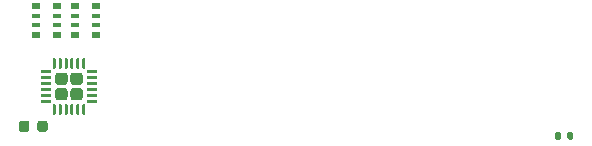
<source format=gbr>
G04 #@! TF.GenerationSoftware,KiCad,Pcbnew,(5.1.9)-1*
G04 #@! TF.CreationDate,2022-08-26T16:10:25-06:00*
G04 #@! TF.ProjectId,ufc_v5_ap,7566635f-7635-45f6-9170-2e6b69636164,rev?*
G04 #@! TF.SameCoordinates,Original*
G04 #@! TF.FileFunction,Paste,Bot*
G04 #@! TF.FilePolarity,Positive*
%FSLAX46Y46*%
G04 Gerber Fmt 4.6, Leading zero omitted, Abs format (unit mm)*
G04 Created by KiCad (PCBNEW (5.1.9)-1) date 2022-08-26 16:10:25*
%MOMM*%
%LPD*%
G01*
G04 APERTURE LIST*
%ADD10R,0.800000X0.500000*%
%ADD11R,0.800000X0.400000*%
G04 APERTURE END LIST*
D10*
X157522178Y-86727718D03*
D11*
X157522178Y-85927718D03*
D10*
X157522178Y-84327718D03*
D11*
X157522178Y-85127718D03*
D10*
X159322178Y-86727718D03*
D11*
X159322178Y-85127718D03*
X159322178Y-85927718D03*
D10*
X159322178Y-84327718D03*
X156035418Y-84332798D03*
D11*
X156035418Y-85132798D03*
D10*
X156035418Y-86732798D03*
D11*
X156035418Y-85932798D03*
D10*
X154235418Y-84332798D03*
D11*
X154235418Y-85932798D03*
X154235418Y-85132798D03*
D10*
X154235418Y-86732798D03*
G36*
G01*
X157155258Y-90735639D02*
X157155258Y-90185637D01*
G75*
G02*
X157405257Y-89935638I249999J0D01*
G01*
X157955259Y-89935638D01*
G75*
G02*
X158205258Y-90185637I0J-249999D01*
G01*
X158205258Y-90735639D01*
G75*
G02*
X157955259Y-90985638I-249999J0D01*
G01*
X157405257Y-90985638D01*
G75*
G02*
X157155258Y-90735639I0J249999D01*
G01*
G37*
G36*
G01*
X157155258Y-92035639D02*
X157155258Y-91485637D01*
G75*
G02*
X157405257Y-91235638I249999J0D01*
G01*
X157955259Y-91235638D01*
G75*
G02*
X158205258Y-91485637I0J-249999D01*
G01*
X158205258Y-92035639D01*
G75*
G02*
X157955259Y-92285638I-249999J0D01*
G01*
X157405257Y-92285638D01*
G75*
G02*
X157155258Y-92035639I0J249999D01*
G01*
G37*
G36*
G01*
X155855258Y-90735639D02*
X155855258Y-90185637D01*
G75*
G02*
X156105257Y-89935638I249999J0D01*
G01*
X156655259Y-89935638D01*
G75*
G02*
X156905258Y-90185637I0J-249999D01*
G01*
X156905258Y-90735639D01*
G75*
G02*
X156655259Y-90985638I-249999J0D01*
G01*
X156105257Y-90985638D01*
G75*
G02*
X155855258Y-90735639I0J249999D01*
G01*
G37*
G36*
G01*
X155855258Y-92035639D02*
X155855258Y-91485637D01*
G75*
G02*
X156105257Y-91235638I249999J0D01*
G01*
X156655259Y-91235638D01*
G75*
G02*
X156905258Y-91485637I0J-249999D01*
G01*
X156905258Y-92035639D01*
G75*
G02*
X156655259Y-92285638I-249999J0D01*
G01*
X156105257Y-92285638D01*
G75*
G02*
X155855258Y-92035639I0J249999D01*
G01*
G37*
G36*
G01*
X155655258Y-93423138D02*
X155655258Y-92673138D01*
G75*
G02*
X155717758Y-92610638I62500J0D01*
G01*
X155842758Y-92610638D01*
G75*
G02*
X155905258Y-92673138I0J-62500D01*
G01*
X155905258Y-93423138D01*
G75*
G02*
X155842758Y-93485638I-62500J0D01*
G01*
X155717758Y-93485638D01*
G75*
G02*
X155655258Y-93423138I0J62500D01*
G01*
G37*
G36*
G01*
X156155258Y-93423138D02*
X156155258Y-92673138D01*
G75*
G02*
X156217758Y-92610638I62500J0D01*
G01*
X156342758Y-92610638D01*
G75*
G02*
X156405258Y-92673138I0J-62500D01*
G01*
X156405258Y-93423138D01*
G75*
G02*
X156342758Y-93485638I-62500J0D01*
G01*
X156217758Y-93485638D01*
G75*
G02*
X156155258Y-93423138I0J62500D01*
G01*
G37*
G36*
G01*
X156655258Y-93423138D02*
X156655258Y-92673138D01*
G75*
G02*
X156717758Y-92610638I62500J0D01*
G01*
X156842758Y-92610638D01*
G75*
G02*
X156905258Y-92673138I0J-62500D01*
G01*
X156905258Y-93423138D01*
G75*
G02*
X156842758Y-93485638I-62500J0D01*
G01*
X156717758Y-93485638D01*
G75*
G02*
X156655258Y-93423138I0J62500D01*
G01*
G37*
G36*
G01*
X157155258Y-93423138D02*
X157155258Y-92673138D01*
G75*
G02*
X157217758Y-92610638I62500J0D01*
G01*
X157342758Y-92610638D01*
G75*
G02*
X157405258Y-92673138I0J-62500D01*
G01*
X157405258Y-93423138D01*
G75*
G02*
X157342758Y-93485638I-62500J0D01*
G01*
X157217758Y-93485638D01*
G75*
G02*
X157155258Y-93423138I0J62500D01*
G01*
G37*
G36*
G01*
X157655258Y-93423138D02*
X157655258Y-92673138D01*
G75*
G02*
X157717758Y-92610638I62500J0D01*
G01*
X157842758Y-92610638D01*
G75*
G02*
X157905258Y-92673138I0J-62500D01*
G01*
X157905258Y-93423138D01*
G75*
G02*
X157842758Y-93485638I-62500J0D01*
G01*
X157717758Y-93485638D01*
G75*
G02*
X157655258Y-93423138I0J62500D01*
G01*
G37*
G36*
G01*
X158155258Y-93423138D02*
X158155258Y-92673138D01*
G75*
G02*
X158217758Y-92610638I62500J0D01*
G01*
X158342758Y-92610638D01*
G75*
G02*
X158405258Y-92673138I0J-62500D01*
G01*
X158405258Y-93423138D01*
G75*
G02*
X158342758Y-93485638I-62500J0D01*
G01*
X158217758Y-93485638D01*
G75*
G02*
X158155258Y-93423138I0J62500D01*
G01*
G37*
G36*
G01*
X158530258Y-92423138D02*
X158530258Y-92298138D01*
G75*
G02*
X158592758Y-92235638I62500J0D01*
G01*
X159342758Y-92235638D01*
G75*
G02*
X159405258Y-92298138I0J-62500D01*
G01*
X159405258Y-92423138D01*
G75*
G02*
X159342758Y-92485638I-62500J0D01*
G01*
X158592758Y-92485638D01*
G75*
G02*
X158530258Y-92423138I0J62500D01*
G01*
G37*
G36*
G01*
X158530258Y-91923138D02*
X158530258Y-91798138D01*
G75*
G02*
X158592758Y-91735638I62500J0D01*
G01*
X159342758Y-91735638D01*
G75*
G02*
X159405258Y-91798138I0J-62500D01*
G01*
X159405258Y-91923138D01*
G75*
G02*
X159342758Y-91985638I-62500J0D01*
G01*
X158592758Y-91985638D01*
G75*
G02*
X158530258Y-91923138I0J62500D01*
G01*
G37*
G36*
G01*
X158530258Y-91423138D02*
X158530258Y-91298138D01*
G75*
G02*
X158592758Y-91235638I62500J0D01*
G01*
X159342758Y-91235638D01*
G75*
G02*
X159405258Y-91298138I0J-62500D01*
G01*
X159405258Y-91423138D01*
G75*
G02*
X159342758Y-91485638I-62500J0D01*
G01*
X158592758Y-91485638D01*
G75*
G02*
X158530258Y-91423138I0J62500D01*
G01*
G37*
G36*
G01*
X158530258Y-90923138D02*
X158530258Y-90798138D01*
G75*
G02*
X158592758Y-90735638I62500J0D01*
G01*
X159342758Y-90735638D01*
G75*
G02*
X159405258Y-90798138I0J-62500D01*
G01*
X159405258Y-90923138D01*
G75*
G02*
X159342758Y-90985638I-62500J0D01*
G01*
X158592758Y-90985638D01*
G75*
G02*
X158530258Y-90923138I0J62500D01*
G01*
G37*
G36*
G01*
X158530258Y-90423138D02*
X158530258Y-90298138D01*
G75*
G02*
X158592758Y-90235638I62500J0D01*
G01*
X159342758Y-90235638D01*
G75*
G02*
X159405258Y-90298138I0J-62500D01*
G01*
X159405258Y-90423138D01*
G75*
G02*
X159342758Y-90485638I-62500J0D01*
G01*
X158592758Y-90485638D01*
G75*
G02*
X158530258Y-90423138I0J62500D01*
G01*
G37*
G36*
G01*
X158530258Y-89923138D02*
X158530258Y-89798138D01*
G75*
G02*
X158592758Y-89735638I62500J0D01*
G01*
X159342758Y-89735638D01*
G75*
G02*
X159405258Y-89798138I0J-62500D01*
G01*
X159405258Y-89923138D01*
G75*
G02*
X159342758Y-89985638I-62500J0D01*
G01*
X158592758Y-89985638D01*
G75*
G02*
X158530258Y-89923138I0J62500D01*
G01*
G37*
G36*
G01*
X158155258Y-89548138D02*
X158155258Y-88798138D01*
G75*
G02*
X158217758Y-88735638I62500J0D01*
G01*
X158342758Y-88735638D01*
G75*
G02*
X158405258Y-88798138I0J-62500D01*
G01*
X158405258Y-89548138D01*
G75*
G02*
X158342758Y-89610638I-62500J0D01*
G01*
X158217758Y-89610638D01*
G75*
G02*
X158155258Y-89548138I0J62500D01*
G01*
G37*
G36*
G01*
X157655258Y-89548138D02*
X157655258Y-88798138D01*
G75*
G02*
X157717758Y-88735638I62500J0D01*
G01*
X157842758Y-88735638D01*
G75*
G02*
X157905258Y-88798138I0J-62500D01*
G01*
X157905258Y-89548138D01*
G75*
G02*
X157842758Y-89610638I-62500J0D01*
G01*
X157717758Y-89610638D01*
G75*
G02*
X157655258Y-89548138I0J62500D01*
G01*
G37*
G36*
G01*
X157155258Y-89548138D02*
X157155258Y-88798138D01*
G75*
G02*
X157217758Y-88735638I62500J0D01*
G01*
X157342758Y-88735638D01*
G75*
G02*
X157405258Y-88798138I0J-62500D01*
G01*
X157405258Y-89548138D01*
G75*
G02*
X157342758Y-89610638I-62500J0D01*
G01*
X157217758Y-89610638D01*
G75*
G02*
X157155258Y-89548138I0J62500D01*
G01*
G37*
G36*
G01*
X156655258Y-89548138D02*
X156655258Y-88798138D01*
G75*
G02*
X156717758Y-88735638I62500J0D01*
G01*
X156842758Y-88735638D01*
G75*
G02*
X156905258Y-88798138I0J-62500D01*
G01*
X156905258Y-89548138D01*
G75*
G02*
X156842758Y-89610638I-62500J0D01*
G01*
X156717758Y-89610638D01*
G75*
G02*
X156655258Y-89548138I0J62500D01*
G01*
G37*
G36*
G01*
X156155258Y-89548138D02*
X156155258Y-88798138D01*
G75*
G02*
X156217758Y-88735638I62500J0D01*
G01*
X156342758Y-88735638D01*
G75*
G02*
X156405258Y-88798138I0J-62500D01*
G01*
X156405258Y-89548138D01*
G75*
G02*
X156342758Y-89610638I-62500J0D01*
G01*
X156217758Y-89610638D01*
G75*
G02*
X156155258Y-89548138I0J62500D01*
G01*
G37*
G36*
G01*
X155655258Y-89548138D02*
X155655258Y-88798138D01*
G75*
G02*
X155717758Y-88735638I62500J0D01*
G01*
X155842758Y-88735638D01*
G75*
G02*
X155905258Y-88798138I0J-62500D01*
G01*
X155905258Y-89548138D01*
G75*
G02*
X155842758Y-89610638I-62500J0D01*
G01*
X155717758Y-89610638D01*
G75*
G02*
X155655258Y-89548138I0J62500D01*
G01*
G37*
G36*
G01*
X154655258Y-89923138D02*
X154655258Y-89798138D01*
G75*
G02*
X154717758Y-89735638I62500J0D01*
G01*
X155467758Y-89735638D01*
G75*
G02*
X155530258Y-89798138I0J-62500D01*
G01*
X155530258Y-89923138D01*
G75*
G02*
X155467758Y-89985638I-62500J0D01*
G01*
X154717758Y-89985638D01*
G75*
G02*
X154655258Y-89923138I0J62500D01*
G01*
G37*
G36*
G01*
X154655258Y-90423138D02*
X154655258Y-90298138D01*
G75*
G02*
X154717758Y-90235638I62500J0D01*
G01*
X155467758Y-90235638D01*
G75*
G02*
X155530258Y-90298138I0J-62500D01*
G01*
X155530258Y-90423138D01*
G75*
G02*
X155467758Y-90485638I-62500J0D01*
G01*
X154717758Y-90485638D01*
G75*
G02*
X154655258Y-90423138I0J62500D01*
G01*
G37*
G36*
G01*
X154655258Y-90923138D02*
X154655258Y-90798138D01*
G75*
G02*
X154717758Y-90735638I62500J0D01*
G01*
X155467758Y-90735638D01*
G75*
G02*
X155530258Y-90798138I0J-62500D01*
G01*
X155530258Y-90923138D01*
G75*
G02*
X155467758Y-90985638I-62500J0D01*
G01*
X154717758Y-90985638D01*
G75*
G02*
X154655258Y-90923138I0J62500D01*
G01*
G37*
G36*
G01*
X154655258Y-91423138D02*
X154655258Y-91298138D01*
G75*
G02*
X154717758Y-91235638I62500J0D01*
G01*
X155467758Y-91235638D01*
G75*
G02*
X155530258Y-91298138I0J-62500D01*
G01*
X155530258Y-91423138D01*
G75*
G02*
X155467758Y-91485638I-62500J0D01*
G01*
X154717758Y-91485638D01*
G75*
G02*
X154655258Y-91423138I0J62500D01*
G01*
G37*
G36*
G01*
X154655258Y-91923138D02*
X154655258Y-91798138D01*
G75*
G02*
X154717758Y-91735638I62500J0D01*
G01*
X155467758Y-91735638D01*
G75*
G02*
X155530258Y-91798138I0J-62500D01*
G01*
X155530258Y-91923138D01*
G75*
G02*
X155467758Y-91985638I-62500J0D01*
G01*
X154717758Y-91985638D01*
G75*
G02*
X154655258Y-91923138I0J62500D01*
G01*
G37*
G36*
G01*
X154655258Y-92423138D02*
X154655258Y-92298138D01*
G75*
G02*
X154717758Y-92235638I62500J0D01*
G01*
X155467758Y-92235638D01*
G75*
G02*
X155530258Y-92298138I0J-62500D01*
G01*
X155530258Y-92423138D01*
G75*
G02*
X155467758Y-92485638I-62500J0D01*
G01*
X154717758Y-92485638D01*
G75*
G02*
X154655258Y-92423138I0J62500D01*
G01*
G37*
G36*
G01*
X198715498Y-95101398D02*
X198715498Y-95471398D01*
G75*
G02*
X198580498Y-95606398I-135000J0D01*
G01*
X198310498Y-95606398D01*
G75*
G02*
X198175498Y-95471398I0J135000D01*
G01*
X198175498Y-95101398D01*
G75*
G02*
X198310498Y-94966398I135000J0D01*
G01*
X198580498Y-94966398D01*
G75*
G02*
X198715498Y-95101398I0J-135000D01*
G01*
G37*
G36*
G01*
X199735498Y-95101398D02*
X199735498Y-95471398D01*
G75*
G02*
X199600498Y-95606398I-135000J0D01*
G01*
X199330498Y-95606398D01*
G75*
G02*
X199195498Y-95471398I0J135000D01*
G01*
X199195498Y-95101398D01*
G75*
G02*
X199330498Y-94966398I135000J0D01*
G01*
X199600498Y-94966398D01*
G75*
G02*
X199735498Y-95101398I0J-135000D01*
G01*
G37*
G36*
G01*
X153682658Y-94238838D02*
X153682658Y-94738838D01*
G75*
G02*
X153457658Y-94963838I-225000J0D01*
G01*
X153007658Y-94963838D01*
G75*
G02*
X152782658Y-94738838I0J225000D01*
G01*
X152782658Y-94238838D01*
G75*
G02*
X153007658Y-94013838I225000J0D01*
G01*
X153457658Y-94013838D01*
G75*
G02*
X153682658Y-94238838I0J-225000D01*
G01*
G37*
G36*
G01*
X155232658Y-94238838D02*
X155232658Y-94738838D01*
G75*
G02*
X155007658Y-94963838I-225000J0D01*
G01*
X154557658Y-94963838D01*
G75*
G02*
X154332658Y-94738838I0J225000D01*
G01*
X154332658Y-94238838D01*
G75*
G02*
X154557658Y-94013838I225000J0D01*
G01*
X155007658Y-94013838D01*
G75*
G02*
X155232658Y-94238838I0J-225000D01*
G01*
G37*
M02*

</source>
